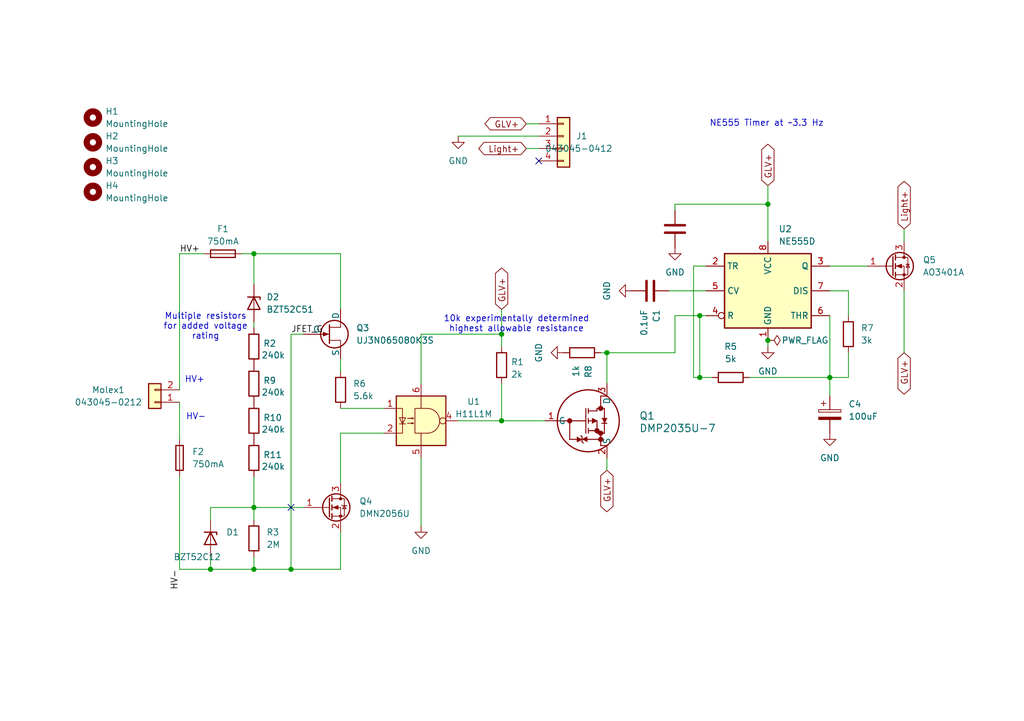
<source format=kicad_sch>
(kicad_sch (version 20250114) (generator "eeschema") (generator_version "9.0")
  (paper "A5")
  (lib_symbols
    (symbol "Connector_Generic:Conn_01x02" (pin_names (offset 1.016) (hide yes))
      (property "Reference" "J" (at 0 2.54 0))
      (property "Value" "Conn_01x02" (at 0 -5.08 0))
      (symbol "Conn_01x02_1_1"
        (rectangle (start -1.27 1.27) (end 1.27 -3.81) (stroke (width 0.254)) (fill (type background)))
        (rectangle (start -1.27 0.127) (end 0 -0.127) (stroke (width 0.1524)))
        (rectangle (start -1.27 -2.413) (end 0 -2.667) (stroke (width 0.1524)))
        (pin passive line (at -5.08 0 0) (length 3.81) (name "Pin_1") (number "1"))
        (pin passive line (at -5.08 -2.54 0) (length 3.81) (name "Pin_2") (number "2"))
      )
    )
    (symbol "Connector_Generic:Conn_01x04" (pin_names (offset 1.016) (hide yes))
      (property "Reference" "J" (at 0 5.08 0))
      (property "Value" "Conn_01x04" (at 0 -7.62 0))
      (symbol "Conn_01x04_1_1"
        (rectangle (start -1.27 3.81) (end 1.27 -6.35) (stroke (width 0.254)) (fill (type background)))
        (rectangle (start -1.27 2.667) (end 0 2.413) (stroke (width 0.1524)))
        (rectangle (start -1.27 0.127) (end 0 -0.127) (stroke (width 0.1524)))
        (rectangle (start -1.27 -2.413) (end 0 -2.667) (stroke (width 0.1524)))
        (rectangle (start -1.27 -4.953) (end 0 -5.207) (stroke (width 0.1524)))
        (pin passive line (at -5.08 2.54 0) (length 3.81) (name "Pin_1") (number "1"))
        (pin passive line (at -5.08 0 0) (length 3.81) (name "Pin_2") (number "2"))
        (pin passive line (at -5.08 -2.54 0) (length 3.81) (name "Pin_3") (number "3"))
        (pin passive line (at -5.08 -5.08 0) (length 3.81) (name "Pin_4") (number "4"))
      )
    )
    (symbol "Device:C" (pin_numbers (hide yes)) (pin_names (offset 0.254))
      (property "Reference" "C" (at 0.635 2.54 0))
      (property "Value" "C" (at 0.635 -2.54 0))
      (symbol "C_0_1"
        (polyline (pts (xy -2.032 0.762) (xy 2.032 0.762)) (stroke (width 0.508)))
        (polyline (pts (xy -2.032 -0.762) (xy 2.032 -0.762)) (stroke (width 0.508)))
      )
      (symbol "C_1_1"
        (pin passive line (at 0 3.81 270) (length 2.794) (name "~") (number "1"))
        (pin passive line (at 0 -3.81 90) (length 2.794) (name "~") (number "2"))
      )
    )
    (symbol "Device:C_Polarized" (pin_numbers (hide yes)) (pin_names (offset 0.254))
      (property "Reference" "C" (at 0.635 2.54 0))
      (property "Value" "C_Polarized" (at 0.635 -2.54 0))
      (symbol "C_Polarized_0_1"
        (rectangle (start -2.286 0.508) (end 2.286 1.016))
        (polyline (pts (xy -1.778 2.286) (xy -0.762 2.286)))
        (polyline (pts (xy -1.27 2.794) (xy -1.27 1.778)))
        (rectangle (start 2.286 -0.508) (end -2.286 -1.016) (fill (type outline)))
      )
      (symbol "C_Polarized_1_1"
        (pin passive line (at 0 3.81 270) (length 2.794) (name "~") (number "1"))
        (pin passive line (at 0 -3.81 90) (length 2.794) (name "~") (number "2"))
      )
    )
    (symbol "Device:D_Zener" (pin_numbers (hide yes)) (pin_names (offset 1.016) (hide yes))
      (property "Reference" "D" (at 0 2.54 0))
      (property "Value" "D_Zener" (at 0 -2.54 0))
      (symbol "D_Zener_0_1"
        (polyline (pts (xy -1.27 -1.27) (xy -1.27 1.27) (xy -0.762 1.27)) (stroke (width 0.254)))
        (polyline (pts (xy 1.27 0) (xy -1.27 0)))
        (polyline (pts (xy 1.27 -1.27) (xy 1.27 1.27) (xy -1.27 0) (xy 1.27 -1.27)) (stroke (width 0.254)))
      )
      (symbol "D_Zener_1_1"
        (pin passive line (at -3.81 0 0) (length 2.54) (name "K") (number "1"))
        (pin passive line (at 3.81 0 180) (length 2.54) (name "A") (number "2"))
      )
    )
    (symbol "Device:Fuse" (pin_numbers (hide yes)) (pin_names (offset 0))
      (property "Reference" "F" (at 2.032 0 90))
      (property "Value" "Fuse" (at -1.905 0 90))
      (symbol "Fuse_0_1"
        (rectangle (start -0.762 -2.54) (end 0.762 2.54) (stroke (width 0.254)))
        (polyline (pts (xy 0 2.54) (xy 0 -2.54)))
      )
      (symbol "Fuse_1_1"
        (pin passive line (at 0 3.81 270) (length 1.27) (name "~") (number "1"))
        (pin passive line (at 0 -3.81 90) (length 1.27) (name "~") (number "2"))
      )
    )
    (symbol "Device:R" (pin_numbers (hide yes)) (pin_names (offset 0))
      (property "Reference" "R" (at 2.032 0 90))
      (property "Value" "R" (at 0 0 90))
      (symbol "R_0_1"
        (rectangle (start -1.016 -2.54) (end 1.016 2.54) (stroke (width 0.254)))
      )
      (symbol "R_1_1"
        (pin passive line (at 0 3.81 270) (length 1.27) (name "~") (number "1"))
        (pin passive line (at 0 -3.81 90) (length 1.27) (name "~") (number "2"))
      )
    )
    (symbol "Diode:BZT52Bxx" (pin_numbers (hide yes)) (pin_names (hide yes))
      (property "Reference" "D" (at 0 2.54 0))
      (property "Value" "BZT52Bxx" (at 0 -2.54 0))
      (symbol "BZT52Bxx_0_1"
        (polyline (pts (xy -1.27 -1.27) (xy -1.27 1.27) (xy -0.762 1.27)) (stroke (width 0.254)))
        (polyline (pts (xy 1.27 0) (xy -1.27 0)))
        (polyline (pts (xy 1.27 -1.27) (xy 1.27 1.27) (xy -1.27 0) (xy 1.27 -1.27)) (stroke (width 0.254)))
      )
      (symbol "BZT52Bxx_1_1"
        (pin passive line (at -3.81 0 0) (length 2.54) (name "K") (number "1"))
        (pin passive line (at 3.81 0 180) (length 2.54) (name "A") (number "2"))
      )
    )
    (symbol "Isolator:H11L1" (pin_names (offset 1.016))
      (property "Reference" "U" (at 1.27 8.89 0))
      (property "Value" "H11L1" (at 1.27 6.35 0))
      (symbol "H11L1_0_1"
        (rectangle (start -5.08 5.08) (end 5.08 -5.08) (stroke (width 0.254)) (fill (type background)))
        (polyline (pts (xy -5.08 -2.54) (xy -3.81 -2.54) (xy -3.81 2.54) (xy -5.08 2.54)))
        (polyline (pts (xy -4.445 -0.635) (xy -3.175 -0.635)))
        (polyline (pts (xy -3.81 -0.635) (xy -4.445 0.635) (xy -3.175 0.635) (xy -3.81 -0.635)))
        (polyline (pts (xy -2.794 0.508) (xy -1.524 0.508) (xy -1.905 0.381) (xy -1.905 0.635) (xy -1.524 0.508)))
        (polyline (pts (xy -2.794 -0.508) (xy -1.524 -0.508) (xy -1.905 -0.635) (xy -1.905 -0.381) (xy -1.524 -0.508)))
        (polyline (pts (xy 0 2.54) (xy 0 5.08)))
        (polyline (pts (xy 0 -2.54) (xy 0 -5.08) (xy 0 -3.81)))
        (arc (start 1.27 2.54) (mid 3.799 0) (end 1.27 -2.54))
        (polyline (pts (xy 1.27 -2.54) (xy -1.27 -2.54) (xy -1.27 2.54) (xy 1.27 2.54)))
      )
      (symbol "H11L1_1_1"
        (pin passive line (at -7.62 2.54 0) (length 2.54) (name "~") (number "1"))
        (pin passive line (at -7.62 -2.54 0) (length 2.54) (name "~") (number "2"))
        (pin no_connect line (at -5.08 0 0) (length 2.54) (hide yes) (name "~") (number "3"))
        (pin power_in line (at 0 7.62 270) (length 2.54) (name "~") (number "6"))
        (pin power_in line (at 0 -7.62 90) (length 2.54) (name "~") (number "5"))
        (pin output inverted (at 7.62 0 180) (length 3.81) (name "~") (number "4"))
      )
    )
    (symbol "Mechanical:MountingHole" (pin_names (offset 1.016)) (exclude_from_sim yes) (in_bom no)
      (property "Reference" "H" (at 0 5.08 0))
      (property "Value" "MountingHole" (at 0 3.175 0))
      (symbol "MountingHole_0_1"
        (circle (center 0 0) (radius 1.27) (stroke (width 1.27)))
      )
    )
    (symbol "Simulation_SPICE:NJFET" (pin_numbers (hide yes)) (pin_names (offset 0))
      (property "Reference" "Q3" (at 5.715 1.27 0))
      (property "Value" "UJ3N120035K3S" (at 5.715 -1.27 0))
      (symbol "NJFET_0_1"
        (polyline (pts (xy 0 0) (xy -1.016 0.381) (xy -1.016 -0.381) (xy 0 0)) (fill (type outline)))
        (polyline (pts (xy 0.254 1.905) (xy 0.254 -1.905) (xy 0.254 -1.905)) (stroke (width 0.254)))
        (circle (center 1.27 0) (radius 2.8194) (stroke (width 0.254)))
        (polyline (pts (xy 2.54 2.54) (xy 2.54 1.397) (xy 0.254 1.397)))
        (polyline (pts (xy 2.54 -2.54) (xy 2.54 -1.27) (xy 0.254 -1.27)))
      )
      (symbol "NJFET_1_1"
        (pin input line (at -5.08 0 0) (length 5.334) (name "G") (number "1"))
        (pin passive line (at 2.54 5.08 270) (length 2.54) (name "D") (number "2"))
        (pin passive line (at 2.54 -5.08 90) (length 2.54) (name "S") (number "3"))
      )
    )
    (symbol "Timer:NE555D"
      (property "Reference" "U" (at -10.16 8.89 0))
      (property "Value" "NE555D" (at 2.54 8.89 0))
      (symbol "NE555D_0_0"
        (pin power_in line (at 0 10.16 270) (length 2.54) (name "VCC") (number "8"))
        (pin power_in line (at 0 -10.16 90) (length 2.54) (name "GND") (number "1"))
      )
      (symbol "NE555D_0_1"
        (rectangle (start -8.89 -7.62) (end 8.89 7.62) (stroke (width 0.254)) (fill (type background)))
        (rectangle (start -8.89 -7.62) (end 8.89 7.62) (stroke (width 0.254)) (fill (type background)))
      )
      (symbol "NE555D_1_1"
        (pin input line (at -12.7 5.08 0) (length 3.81) (name "TR") (number "2"))
        (pin input line (at -12.7 0 0) (length 3.81) (name "CV") (number "5"))
        (pin input inverted (at -12.7 -5.08 0) (length 3.81) (name "R") (number "4"))
        (pin output line (at 12.7 5.08 180) (length 3.81) (name "Q") (number "3"))
        (pin input line (at 12.7 0 180) (length 3.81) (name "DIS") (number "7"))
        (pin input line (at 12.7 -5.08 180) (length 3.81) (name "THR") (number "6"))
      )
    )
    (symbol "Transistor_FET:AO3400A" (pin_names (offset 0) (hide yes))
      (property "Reference" "Q" (at 5.08 1.905 0))
      (property "Value" "AO3400A" (at 5.08 0 0))
      (symbol "AO3400A_0_1"
        (polyline (pts (xy 0.254 1.905) (xy 0.254 -1.905)) (stroke (width 0.254)))
        (polyline (pts (xy 0.254 0) (xy -2.54 0)))
        (polyline (pts (xy 0.762 2.286) (xy 0.762 1.27)) (stroke (width 0.254)))
        (polyline (pts (xy 0.762 0.508) (xy 0.762 -0.508)) (stroke (width 0.254)))
        (polyline (pts (xy 0.762 -1.27) (xy 0.762 -2.286)) (stroke (width 0.254)))
        (polyline (pts (xy 0.762 -1.778) (xy 3.302 -1.778) (xy 3.302 1.778) (xy 0.762 1.778)))
        (polyline (pts (xy 1.016 0) (xy 2.032 0.381) (xy 2.032 -0.381) (xy 1.016 0)) (fill (type outline)))
        (circle (center 1.651 0) (radius 2.794) (stroke (width 0.254)))
        (polyline (pts (xy 2.54 2.54) (xy 2.54 1.778)))
        (circle (center 2.54 1.778) (radius 0.254) (fill (type outline)))
        (circle (center 2.54 -1.778) (radius 0.254) (fill (type outline)))
        (polyline (pts (xy 2.54 -2.54) (xy 2.54 0) (xy 0.762 0)))
        (polyline (pts (xy 2.921 0.381) (xy 3.683 0.381)))
        (polyline (pts (xy 3.302 0.381) (xy 2.921 -0.254) (xy 3.683 -0.254) (xy 3.302 0.381)))
      )
      (symbol "AO3400A_1_1"
        (pin input line (at -5.08 0 0) (length 2.54) (name "G") (number "1"))
        (pin passive line (at 2.54 5.08 270) (length 2.54) (name "D") (number "3"))
        (pin passive line (at 2.54 -5.08 90) (length 2.54) (name "S") (number "2"))
      )
    )
    (symbol "Transistor_FET:DMN2056U" (pin_names (hide yes))
      (property "Reference" "Q" (at 5.08 1.905 0))
      (property "Value" "DMN2056U" (at 5.08 0 0))
      (symbol "DMN2056U_0_1"
        (polyline (pts (xy 0.254 1.905) (xy 0.254 -1.905)) (stroke (width 0.254)))
        (polyline (pts (xy 0.254 0) (xy -2.54 0)))
        (polyline (pts (xy 0.762 2.286) (xy 0.762 1.27)) (stroke (width 0.254)))
        (polyline (pts (xy 0.762 0.508) (xy 0.762 -0.508)) (stroke (width 0.254)))
        (polyline (pts (xy 0.762 -1.27) (xy 0.762 -2.286)) (stroke (width 0.254)))
        (polyline (pts (xy 0.762 -1.778) (xy 3.302 -1.778) (xy 3.302 1.778) (xy 0.762 1.778)))
        (polyline (pts (xy 1.016 0) (xy 2.032 0.381) (xy 2.032 -0.381) (xy 1.016 0)) (fill (type outline)))
        (circle (center 1.651 0) (radius 2.794) (stroke (width 0.254)))
        (polyline (pts (xy 2.54 2.54) (xy 2.54 1.778)))
        (circle (center 2.54 1.778) (radius 0.254) (fill (type outline)))
        (circle (center 2.54 -1.778) (radius 0.254) (fill (type outline)))
        (polyline (pts (xy 2.54 -2.54) (xy 2.54 0) (xy 0.762 0)))
        (polyline (pts (xy 2.794 0.508) (xy 2.921 0.381) (xy 3.683 0.381) (xy 3.81 0.254)))
        (polyline (pts (xy 3.302 0.381) (xy 2.921 -0.254) (xy 3.683 -0.254) (xy 3.302 0.381)))
      )
      (symbol "DMN2056U_1_1"
        (pin input line (at -5.08 0 0) (length 2.54) (name "G") (number "1"))
        (pin passive line (at 2.54 5.08 270) (length 2.54) (name "D") (number "3"))
        (pin passive line (at 2.54 -5.08 90) (length 2.54) (name "S") (number "2"))
      )
    )
    (symbol "Transistor_FET:DMP2035U-7" (pin_names (offset 0.254))
      (property "Reference" "MOSFET" (at 16.51 1.27 0))
      (property "Value" "DMP2035U-7" (at 16.51 -1.27 0))
      (symbol "DMP2035U-7_0_1"
        (polyline (pts (xy 2.54 0) (xy 8.382 0)) (stroke (width 0.2032)))
        (circle (center 5.08 0) (radius 0.0254) (stroke (width 0.508)))
        (polyline (pts (xy 5.08 -3.81) (xy 5.08 0)) (stroke (width 0.2032)))
        (polyline (pts (xy 5.08 -3.81) (xy 6.604 -3.81)) (stroke (width 0.2032)))
        (polyline (pts (xy 6.604 -3.302) (xy 6.604 -4.318) (xy 7.62 -3.81)) (fill (type outline)))
        (polyline (pts (xy 7.366 -3.048) (xy 7.62 -3.302)) (stroke (width 0.2032)))
        (polyline (pts (xy 7.62 -3.302) (xy 7.62 -4.318)) (stroke (width 0.2032)))
        (polyline (pts (xy 7.62 -4.318) (xy 7.874 -4.572)) (stroke (width 0.2032)))
        (polyline (pts (xy 8.382 -2.54) (xy 8.382 2.54)) (stroke (width 0.2032)))
        (polyline (pts (xy 8.636 -3.81) (xy 11.43 -3.81)) (stroke (width 0.2032)))
        (polyline (pts (xy 8.636 -4.318) (xy 8.636 -3.302) (xy 7.62 -3.81)) (fill (type outline)))
        (polyline (pts (xy 8.89 2.032) (xy 10.668 2.032)) (stroke (width 0.2032)))
        (polyline (pts (xy 8.89 1.524) (xy 8.89 2.54)) (stroke (width 0.2032)))
        (polyline (pts (xy 8.89 0) (xy 10.668 0)) (stroke (width 0.2032)))
        (circle (center 8.89 0) (radius 6.35) (stroke (width 0.254)))
        (polyline (pts (xy 8.89 -0.508) (xy 8.89 0.508)) (stroke (width 0.2032)))
        (polyline (pts (xy 8.89 -2.032) (xy 10.668 -2.032)) (stroke (width 0.2032)))
        (polyline (pts (xy 8.89 -2.54) (xy 8.89 -1.524)) (stroke (width 0.2032)))
        (polyline (pts (xy 9.652 0.508) (xy 10.668 0) (xy 9.652 -0.508)) (fill (type outline)))
        (polyline (pts (xy 10.668 2.54) (xy 12.192 2.54)) (stroke (width 0.2032)))
        (polyline (pts (xy 10.668 2.032) (xy 10.668 2.54)) (stroke (width 0.2032)))
        (circle (center 10.668 -2.032) (radius 0.0254) (stroke (width 0.508)))
        (polyline (pts (xy 10.668 -2.54) (xy 10.668 0)) (stroke (width 0.2032)))
        (polyline (pts (xy 10.668 -2.54) (xy 12.192 -2.54)) (stroke (width 0.2032)))
        (polyline (pts (xy 11.43 5.08) (xy 11.43 2.54)) (stroke (width 0.2032)))
        (polyline (pts (xy 11.43 5.08) (xy 12.7 5.08)) (stroke (width 0.2032)))
        (circle (center 11.43 2.54) (radius 0.0254) (stroke (width 0.508)))
        (circle (center 11.43 -2.54) (radius 0.0254) (stroke (width 0.508)))
        (circle (center 11.43 -3.81) (radius 0.0254) (stroke (width 0.508)))
        (polyline (pts (xy 11.43 -5.08) (xy 11.43 -2.54)) (stroke (width 0.2032)))
        (polyline (pts (xy 11.43 -5.08) (xy 12.7 -5.08)) (stroke (width 0.2032)))
        (polyline (pts (xy 11.684 0.508) (xy 12.7 0.508) (xy 12.192 -0.508)) (fill (type outline)))
        (polyline (pts (xy 11.684 -0.508) (xy 12.7 -0.508)) (stroke (width 0.2032)))
        (polyline (pts (xy 12.192 -2.54) (xy 12.192 2.54)) (stroke (width 0.2032)))
        (pin unspecified line (at 0 0 0) (length 2.54) (name "G") (number "1"))
        (pin unspecified line (at 12.7 7.62 270) (length 2.54) (name "D") (number "3"))
        (pin unspecified line (at 12.7 -7.62 90) (length 2.54) (name "S") (number "2"))
      )
    )
    (symbol "power:GND" (power) (pin_numbers (hide yes)) (pin_names (offset 0) (hide yes))
      (property "Value" "GND" (at 0 -3.81 0))
      (symbol "GND_0_1"
        (polyline (pts (xy 0 0) (xy 0 -1.27) (xy 1.27 -1.27) (xy 0 -2.54) (xy -1.27 -1.27) (xy 0 -1.27)))
      )
      (symbol "GND_1_1"
        (pin power_in line (at 0 0 270) (length 0) (name "~") (number "1"))
      )
    )
    (symbol "power:PWR_FLAG" (power) (pin_numbers (hide yes)) (pin_names (offset 0) (hide yes))
      (property "Value" "PWR_FLAG" (at 0 3.81 0))
      (symbol "PWR_FLAG_0_0"
        (pin power_out line (at 0 0 90) (length 0) (name "~") (number "1"))
      )
      (symbol "PWR_FLAG_0_1"
        (polyline (pts (xy 0 0) (xy 0 1.27) (xy -1.016 1.905) (xy 0 2.54) (xy 1.016 1.905) (xy 0 1.27)))
      )
    )
  )
  (text "NE555 Timer at ~3.3 Hz" (at 157.226 25.4 0) (effects (font (size 1.27 1.27))))
  (text "Multiple resistors\nfor added voltage\nrating" (at 42.164 67.056 0) (effects (font (size 1.27 1.27))))
  (text "10k experimentally determined\nhighest allowable resistance" (at 105.918 66.548 0) (effects (font (size 1.27 1.27))))
  (text "HV+" (at 37.846 78.74 0) (effects (font (size 1.27 1.27)) (justify left bottom)))
  (text "HV-" (at 38.1 86.36 0) (effects (font (size 1.27 1.27)) (justify left bottom)))
  (junction (at 143.51 64.77))
  (junction (at 124.46 72.39))
  (junction (at 170.18 77.47))
  (junction (at 52.07 116.84))
  (junction (at 52.07 52.07))
  (junction (at 157.48 69.85))
  (junction (at 52.07 104.14))
  (junction (at 59.69 116.84))
  (junction (at 102.87 68.58))
  (junction (at 102.87 86.36))
  (junction (at 143.51 77.47))
  (junction (at 157.48 41.91))
  (junction (at 43.18 116.84))
  (no_connect (at 110.49 33.02))
  (no_connect (at 59.69 104.14))
  (wire (pts (xy 137.16 59.69) (xy 144.78 59.69)))
  (wire (pts (xy 123.19 72.39) (xy 124.46 72.39)))
  (wire (pts (xy 170.18 64.77) (xy 170.18 77.47)))
  (wire (pts (xy 78.74 88.9) (xy 69.85 88.9)))
  (wire (pts (xy 138.43 41.91) (xy 138.43 43.18)))
  (wire (pts (xy 59.69 68.58) (xy 59.69 116.84)))
  (wire (pts (xy 52.07 52.07) (xy 52.07 58.42)))
  (wire (pts (xy 107.95 25.4) (xy 110.49 25.4)))
  (wire (pts (xy 69.85 109.22) (xy 69.85 116.84)))
  (wire (pts (xy 69.85 52.07) (xy 69.85 63.5)))
  (wire (pts (xy 185.42 59.69) (xy 185.42 72.39)))
  (wire (pts (xy 36.83 97.79) (xy 36.83 116.84)))
  (wire (pts (xy 59.69 116.84) (xy 69.85 116.84)))
  (wire (pts (xy 143.51 77.47) (xy 142.24 77.47)))
  (wire (pts (xy 69.85 88.9) (xy 69.85 99.06)))
  (wire (pts (xy 107.95 30.48) (xy 110.49 30.48)))
  (wire (pts (xy 86.36 93.98) (xy 86.36 107.95)))
  (wire (pts (xy 138.43 41.91) (xy 157.48 41.91)))
  (wire (pts (xy 124.46 96.52) (xy 124.46 93.98)))
  (wire (pts (xy 52.07 52.07) (xy 69.85 52.07)))
  (wire (pts (xy 143.51 64.77) (xy 144.78 64.77)))
  (wire (pts (xy 69.85 83.82) (xy 78.74 83.82)))
  (wire (pts (xy 36.83 52.07) (xy 36.83 80.01)))
  (wire (pts (xy 173.99 77.47) (xy 170.18 77.47)))
  (wire (pts (xy 157.48 38.1) (xy 157.48 41.91)))
  (wire (pts (xy 52.07 104.14) (xy 52.07 97.79)))
  (wire (pts (xy 124.46 72.39) (xy 124.46 78.74)))
  (wire (pts (xy 157.48 41.91) (xy 157.48 49.53)))
  (wire (pts (xy 185.42 46.99) (xy 185.42 49.53)))
  (wire (pts (xy 43.18 116.84) (xy 52.07 116.84)))
  (wire (pts (xy 138.43 64.77) (xy 138.43 72.39)))
  (wire (pts (xy 138.43 64.77) (xy 143.51 64.77)))
  (wire (pts (xy 52.07 116.84) (xy 59.69 116.84)))
  (wire (pts (xy 170.18 54.61) (xy 177.8 54.61)))
  (wire (pts (xy 124.46 72.39) (xy 138.43 72.39)))
  (wire (pts (xy 93.98 86.36) (xy 102.87 86.36)))
  (wire (pts (xy 102.87 86.36) (xy 111.76 86.36)))
  (wire (pts (xy 43.18 104.14) (xy 52.07 104.14)))
  (wire (pts (xy 43.18 116.84) (xy 43.18 114.3)))
  (wire (pts (xy 36.83 116.84) (xy 43.18 116.84)))
  (wire (pts (xy 36.83 52.07) (xy 41.91 52.07)))
  (wire (pts (xy 69.85 73.66) (xy 69.85 76.2)))
  (wire (pts (xy 86.36 68.58) (xy 102.87 68.58)))
  (wire (pts (xy 142.24 77.47) (xy 142.24 54.61)))
  (wire (pts (xy 43.18 104.14) (xy 43.18 106.68)))
  (wire (pts (xy 102.87 63.5) (xy 102.87 68.58)))
  (wire (pts (xy 52.07 116.84) (xy 52.07 114.3)))
  (wire (pts (xy 52.07 104.14) (xy 62.23 104.14)))
  (wire (pts (xy 146.05 77.47) (xy 143.51 77.47)))
  (wire (pts (xy 52.07 104.14) (xy 52.07 106.68)))
  (wire (pts (xy 173.99 72.39) (xy 173.99 77.47)))
  (wire (pts (xy 36.83 82.55) (xy 36.83 90.17)))
  (wire (pts (xy 49.53 52.07) (xy 52.07 52.07)))
  (wire (pts (xy 157.48 71.12) (xy 157.48 69.85)))
  (wire (pts (xy 93.98 27.94) (xy 110.49 27.94)))
  (wire (pts (xy 86.36 78.74) (xy 86.36 68.58)))
  (wire (pts (xy 173.99 59.69) (xy 173.99 64.77)))
  (wire (pts (xy 142.24 54.61) (xy 144.78 54.61)))
  (wire (pts (xy 170.18 77.47) (xy 153.67 77.47)))
  (wire (pts (xy 52.07 66.04) (xy 52.07 67.31)))
  (wire (pts (xy 170.18 59.69) (xy 173.99 59.69)))
  (wire (pts (xy 102.87 86.36) (xy 102.87 78.74)))
  (wire (pts (xy 102.87 68.58) (xy 102.87 71.12)))
  (wire (pts (xy 143.51 64.77) (xy 143.51 77.47)))
  (wire (pts (xy 170.18 77.47) (xy 170.18 81.28)))
  (wire (pts (xy 59.69 68.58) (xy 62.23 68.58)))
  (label "JFET_G" (at 59.69 68.58 0))
  (label "HV+" (at 36.83 52.07 0))
  (label "HV-" (at 36.83 116.84 270))
  (global_label "GLV+" (shape bidirectional) (at 124.46 96.52 270) (property "Intersheetrefs" "${INTERSHEET_REFS}" (effects (hide yes))))
  (global_label "GLV+" (shape bidirectional) (at 102.87 63.5 90) (property "Intersheetrefs" "${INTERSHEET_REFS}" (effects (hide yes))))
  (global_label "GLV+" (shape bidirectional) (at 185.42 72.39 270) (property "Intersheetrefs" "${INTERSHEET_REFS}" (effects (hide yes))))
  (global_label "GLV+" (shape bidirectional) (at 107.95 25.4 180) (property "Intersheetrefs" "${INTERSHEET_REFS}" (effects (hide yes))))
  (global_label "Light+" (shape bidirectional) (at 185.42 46.99 90) (property "Intersheetrefs" "${INTERSHEET_REFS}" (effects (hide yes))))
  (global_label "Light+" (shape bidirectional) (at 107.95 30.48 180) (property "Intersheetrefs" "${INTERSHEET_REFS}" (effects (hide yes))))
  (global_label "GLV+" (shape bidirectional) (at 157.48 38.1 90) (property "Intersheetrefs" "${INTERSHEET_REFS}" (effects (hide yes))))
  (symbol (lib_id "Device:C") (at 133.35 59.69 90) (unit 1)
    (property "Reference" "C1" (at 134.6201 63.5 0) (effects (justify right)))
    (property "Value" "0.1uF" (at 132.0801 63.5 0) (effects (justify right)))
    (property "Footprint" "Capacitor_SMD:C_0805_2012Metric_Pad1.18x1.45mm_HandSolder" (effects (hide yes)))
    (property "Description" "Unpolarized capacitor" (effects (hide yes)))
  )
  (symbol (lib_id "power:GND") (at 86.36 107.95 0) (unit 1)
    (property "Reference" "#PWR04" (effects (hide yes)))
    (property "Value" "GND" (at 86.36 113.03 0))
    (property "Description" "Power symbol creates a global label with name \"GND\" , ground" (effects (hide yes)))
  )
  (symbol (lib_id "Transistor_FET:AO3400A") (at 182.88 54.61 0) (unit 1)
    (property "Reference" "Q5" (at 189.23 53.3399 0) (effects (justify left)))
    (property "Value" "AO3401A" (at 189.23 55.8799 0) (effects (justify left)))
    (property "Footprint" "Package_TO_SOT_SMD:SOT-23" (effects (hide yes)))
    (property "Datasheet" "http://www.aosmd.com/pdfs/datasheet/AO3400A.pdf" (effects (hide yes)))
    (property "Description" "30V Vds, 5.7A Id, N-Channel MOSFET, SOT-23" (effects (hide yes)))
  )
  (symbol (lib_id "power:GND") (at 115.57 72.39 270) (unit 1)
    (property "Reference" "#PWR05" (effects (hide yes)))
    (property "Value" "GND" (at 110.49 72.39 0))
    (property "Description" "Power symbol creates a global label with name \"GND\" , ground" (effects (hide yes)))
  )
  (symbol (lib_id "Device:R") (at 149.86 77.47 90) (unit 1)
    (property "Reference" "R5" (at 149.86 71.12 90))
    (property "Value" "5k" (at 149.86 73.66 90))
    (property "Footprint" "Resistor_SMD:R_0805_2012Metric_Pad1.20x1.40mm_HandSolder" (effects (hide yes)))
    (property "Description" "Resistor" (effects (hide yes)))
  )
  (symbol (lib_id "Transistor_FET:DMN2056U") (at 67.31 104.14 0) (unit 1)
    (property "Reference" "Q4" (at 73.66 102.8699 0) (effects (justify left)))
    (property "Value" "DMN2056U" (at 73.66 105.4099 0) (effects (justify left)))
    (property "Footprint" "Package_TO_SOT_SMD:SOT-23" (effects (hide yes)))
    (property "Datasheet" "http://www.diodes.com/assets/Datasheets/DMN2056U.pdf" (effects (hide yes)))
    (property "Description" "4A Id, 20V Vds, N-Channel MOSFET, SOT-23" (effects (hide yes)))
  )
  (symbol (lib_id "Device:R") (at 69.85 80.01 0) (unit 1)
    (property "Reference" "R6" (at 72.39 78.7399 0) (effects (justify left)))
    (property "Value" "5.6k" (at 72.39 81.2799 0) (effects (justify left)))
    (property "Footprint" "Resistor_SMD:R_0805_2012Metric_Pad1.20x1.40mm_HandSolder" (effects (hide yes)))
  )
  (symbol (lib_id "Transistor_FET:DMP2035U-7") (at 111.76 86.36 0) (unit 1)
    (property "Reference" "Q1" (at 131.064 85.344 0) (effects (font (size 1.524 1.524)) (justify left)))
    (property "Value" "DMP2035U-7" (at 131.064 87.884 0) (effects (font (size 1.524 1.524)) (justify left)))
    (property "Footprint" "Package_TO_SOT_SMD:SOT-23" (effects (hide yes)))
    (property "Datasheet" "DMP2035U-7" (effects (hide yes)))
  )
  (symbol (lib_id "Device:R") (at 52.07 71.12 0) (unit 1)
    (property "Reference" "R2" (at 53.975 70.485 0) (effects (justify left)))
    (property "Value" "240k" (at 53.594 72.898 0) (effects (justify left)))
    (property "Footprint" "Resistor_SMD:R_0805_2012Metric_Pad1.20x1.40mm_HandSolder" (effects (hide yes)))
  )
  (symbol (lib_id "power:GND") (at 93.98 27.94 0) (mirror y) (unit 1)
    (property "Reference" "#PWR08" (effects (hide yes)))
    (property "Value" "GND" (at 93.98 33.02 0))
    (property "Description" "Power symbol creates a global label with name \"GND\" , ground" (effects (hide yes)))
  )
  (symbol (lib_id "Device:Fuse") (at 45.72 52.07 90) (unit 1)
    (property "Reference" "F1" (at 45.72 46.99 90))
    (property "Value" "750mA" (at 45.72 49.53 90))
    (property "Footprint" "Fuse:Fuse_1206_3216Metric" (effects (hide yes)))
  )
  (symbol (lib_id "Device:R") (at 52.07 78.74 0) (unit 1)
    (property "Reference" "R9" (at 53.975 78.105 0) (effects (justify left)))
    (property "Value" "240k" (at 53.594 80.518 0) (effects (justify left)))
    (property "Footprint" "Resistor_SMD:R_0805_2012Metric_Pad1.20x1.40mm_HandSolder" (effects (hide yes)))
  )
  (symbol (lib_id "power:GND") (at 129.54 59.69 270) (unit 1)
    (property "Reference" "#PWR03" (effects (hide yes)))
    (property "Value" "GND" (at 124.46 59.69 0))
    (property "Description" "Power symbol creates a global label with name \"GND\" , ground" (effects (hide yes)))
  )
  (symbol (lib_id "power:GND") (at 138.43 50.8 0) (unit 1)
    (property "Reference" "#PWR06" (effects (hide yes)))
    (property "Value" "GND" (at 138.43 55.88 0))
    (property "Description" "Power symbol creates a global label with name \"GND\" , ground" (effects (hide yes)))
  )
  (symbol (lib_id "Device:R") (at 52.07 93.98 0) (unit 1)
    (property "Reference" "R11" (at 53.975 93.345 0) (effects (justify left)))
    (property "Value" "240k" (at 53.594 95.758 0) (effects (justify left)))
    (property "Footprint" "Resistor_SMD:R_0805_2012Metric_Pad1.20x1.40mm_HandSolder" (effects (hide yes)))
  )
  (symbol (lib_id "Device:C") (at 138.43 46.99 180) (unit 1)
    (property "Reference" "C3" (effects (hide yes)))
    (property "Value" "1uF" (effects (hide yes)))
    (property "Footprint" "Capacitor_SMD:C_0805_2012Metric_Pad1.18x1.45mm_HandSolder" (effects (hide yes)))
    (property "Description" "Unpolarized capacitor" (effects (hide yes)))
  )
  (symbol (lib_id "power:PWR_FLAG") (at 157.48 69.85 270) (unit 1)
    (property "Reference" "#FLG01" (effects (hide yes)))
    (property "Value" "PWR_FLAG" (at 160.274 69.85 90) (effects (justify left)))
    (property "Description" "Special symbol for telling ERC where power comes from" (effects (hide yes)))
  )
  (symbol (lib_id "Simulation_SPICE:NJFET") (at 67.31 68.58 0) (unit 1)
    (property "Reference" "Q3" (at 73.025 67.31 0) (effects (justify left)))
    (property "Value" "UJ3N065080K3S" (at 73.025 69.85 0) (effects (justify left)))
    (property "Footprint" "Package_TO_SOT_THT:TO-247-3_Horizontal_TabDown" (effects (hide yes)))
    (property "Sim.Device" "NJFET" (effects (hide yes)))
    (property "Sim.Type" "SHICHMANHODGES" (effects (hide yes)))
    (property "Sim.Pins" "1=D 2=G 3=S" (effects (hide yes)))
  )
  (symbol (lib_id "Device:R") (at 52.07 86.36 0) (unit 1)
    (property "Reference" "R10" (at 53.975 85.725 0) (effects (justify left)))
    (property "Value" "240k" (at 53.594 88.138 0) (effects (justify left)))
    (property "Footprint" "Resistor_SMD:R_0805_2012Metric_Pad1.20x1.40mm_HandSolder" (effects (hide yes)))
  )
  (symbol (lib_id "Device:R") (at 52.07 110.49 0) (unit 1)
    (property "Reference" "R3" (at 54.61 109.2199 0) (effects (justify left)))
    (property "Value" "2M" (at 54.61 111.7599 0) (effects (justify left)))
    (property "Footprint" "Resistor_SMD:R_0805_2012Metric_Pad1.20x1.40mm_HandSolder" (effects (hide yes)))
  )
  (symbol (lib_id "Timer:NE555D") (at 157.48 59.69 0) (unit 1)
    (property "Reference" "U2" (at 159.6741 46.99 0) (effects (justify left)))
    (property "Value" "NE555D" (at 159.6741 49.53 0) (effects (justify left)))
    (property "Footprint" "Package_SO:SOIC-8_3.9x4.9mm_P1.27mm" (effects (hide yes)))
    (property "Datasheet" "http://www.ti.com/lit/ds/symlink/ne555.pdf" (effects (hide yes)))
    (property "Description" "Precision Timers, 555 compatible, SOIC-8" (effects (hide yes)))
  )
  (symbol (lib_id "Device:R") (at 119.38 72.39 90) (unit 1)
    (property "Reference" "R8" (at 120.6501 74.93 0) (effects (justify right)))
    (property "Value" "1k" (at 118.1101 74.93 0) (effects (justify right)))
    (property "Footprint" "Resistor_SMD:R_0805_2012Metric_Pad1.20x1.40mm_HandSolder" (effects (hide yes)))
    (property "Description" "Resistor" (effects (hide yes)))
  )
  (symbol (lib_id "Device:Fuse") (at 36.83 93.98 180) (unit 1)
    (property "Reference" "F2" (at 39.37 92.7099 0) (effects (justify right)))
    (property "Value" "750mA" (at 39.37 95.2499 0) (effects (justify right)))
    (property "Footprint" "Fuse:Fuse_1206_3216Metric" (effects (hide yes)))
  )
  (symbol (lib_id "Mechanical:MountingHole") (at 19.05 24.13 0) (unit 1) (exclude_from_sim yes) (in_bom no)
    (property "Reference" "H1" (at 21.59 22.8599 0) (effects (justify left)))
    (property "Value" "MountingHole" (at 21.59 25.3999 0) (effects (justify left)))
    (property "Footprint" "MountingHole:MountingHole_4.3mm_M4" (effects (hide yes)))
    (property "Description" "Mounting Hole without connection" (effects (hide yes)))
  )
  (symbol (lib_id "Isolator:H11L1") (at 86.36 86.36 0) (unit 1)
    (property "Reference" "U1" (at 97.155 82.4231 0))
    (property "Value" "H11L1M" (at 97.155 84.9631 0))
    (property "Footprint" "Package_DIP:DIP-6_W7.62mm" (effects (hide yes)))
    (property "Datasheet" "https://www.onsemi.com/pub/Collateral/H11L3M-D.PDF" (effects (hide yes)))
  )
  (symbol (lib_id "Mechanical:MountingHole") (at 19.05 34.29 0) (unit 1) (exclude_from_sim yes) (in_bom no)
    (property "Reference" "H3" (at 21.59 33.0199 0) (effects (justify left)))
    (property "Value" "MountingHole" (at 21.59 35.5599 0) (effects (justify left)))
    (property "Footprint" "MountingHole:MountingHole_4.3mm_M4" (effects (hide yes)))
    (property "Description" "Mounting Hole without connection" (effects (hide yes)))
  )
  (symbol (lib_id "Connector_Generic:Conn_01x04") (at 115.57 27.94 0) (unit 1)
    (property "Reference" "J1" (at 118.11 27.94 0) (effects (justify left)))
    (property "Value" "043045-0412" (at 111.76 30.48 0) (effects (justify left)))
    (property "Footprint" "Connector_Molex:Molex_Micro-Fit_3.0_43045-0412_2x02_P3.00mm_Vertical" (effects (hide yes)))
  )
  (symbol (lib_id "Mechanical:MountingHole") (at 19.05 39.37 0) (unit 1) (exclude_from_sim yes) (in_bom no)
    (property "Reference" "H4" (at 21.59 38.0999 0) (effects (justify left)))
    (property "Value" "MountingHole" (at 21.59 40.6399 0) (effects (justify left)))
    (property "Footprint" "MountingHole:MountingHole_4.3mm_M4" (effects (hide yes)))
    (property "Description" "Mounting Hole without connection" (effects (hide yes)))
  )
  (symbol (lib_id "power:GND") (at 170.18 88.9 0) (unit 1)
    (property "Reference" "#PWR02" (effects (hide yes)))
    (property "Value" "GND" (at 170.18 93.98 0))
    (property "Description" "Power symbol creates a global label with name \"GND\" , ground" (effects (hide yes)))
  )
  (symbol (lib_id "Connector_Generic:Conn_01x02") (at 31.75 82.55 180) (unit 1)
    (property "Reference" "Molex1" (at 22.225 80.01 0))
    (property "Value" "043045-0212" (at 22.225 82.55 0))
    (property "Footprint" "Connector_Molex:Molex_Micro-Fit_3.0_43045-0212_2x01_P3.00mm_Vertical" (effects (hide yes)))
  )
  (symbol (lib_id "Device:R") (at 173.99 68.58 180) (unit 1)
    (property "Reference" "R7" (at 176.53 67.3099 0) (effects (justify right)))
    (property "Value" "3k" (at 176.53 69.8499 0) (effects (justify right)))
    (property "Footprint" "Resistor_SMD:R_0805_2012Metric_Pad1.20x1.40mm_HandSolder" (effects (hide yes)))
    (property "Description" "Resistor" (effects (hide yes)))
  )
  (symbol (lib_id "Device:D_Zener") (at 43.18 110.49 270) (unit 1)
    (property "Reference" "D1" (at 46.355 109.22 90) (effects (justify left)))
    (property "Value" "BZT52C12" (at 35.56 114.3 90) (effects (justify left)))
    (property "Footprint" "Diode_SMD:D_SOD-123" (effects (hide yes)))
  )
  (symbol (lib_id "Diode:BZT52Bxx") (at 52.07 62.23 270) (unit 1)
    (property "Reference" "D2" (at 54.61 60.9599 90) (effects (justify left)))
    (property "Value" "BZT52C51" (at 54.61 63.4999 90) (effects (justify left)))
    (property "Footprint" "Diode_SMD:D_SOD-123F" (effects (hide yes)))
    (property "Datasheet" "https://diotec.com/tl_files/diotec/files/pdf/datasheets/bzt52b2v4.pdf" (effects (hide yes)))
    (property "Description" "500mW Zener Diode, SOD-123F" (effects (hide yes)))
  )
  (symbol (lib_id "Mechanical:MountingHole") (at 19.05 29.21 0) (unit 1) (exclude_from_sim yes) (in_bom no)
    (property "Reference" "H2" (at 21.59 27.9399 0) (effects (justify left)))
    (property "Value" "MountingHole" (at 21.59 30.4799 0) (effects (justify left)))
    (property "Footprint" "MountingHole:MountingHole_4.3mm_M4" (effects (hide yes)))
    (property "Description" "Mounting Hole without connection" (effects (hide yes)))
  )
  (symbol (lib_id "power:GND") (at 157.48 71.12 0) (unit 1)
    (property "Reference" "#PWR01" (effects (hide yes)))
    (property "Value" "GND" (at 157.48 76.2 0))
    (property "Description" "Power symbol creates a global label with name \"GND\" , ground" (effects (hide yes)))
  )
  (symbol (lib_id "Device:C_Polarized") (at 170.18 85.09 0) (unit 1)
    (property "Reference" "C4" (at 173.99 82.9309 0) (effects (justify left)))
    (property "Value" "100uF" (at 173.99 85.4709 0) (effects (justify left)))
    (property "Footprint" "Capacitor_SMD:CP_Elec_6.3x5.4" (effects (hide yes)))
    (property "Description" "Polarized capacitor" (effects (hide yes)))
  )
  (symbol (lib_id "Device:R") (at 102.87 74.93 0) (unit 1)
    (property "Reference" "R1" (at 104.775 74.295 0) (effects (justify left)))
    (property "Value" "2k" (at 104.775 76.835 0) (effects (justify left)))
    (property "Footprint" "Resistor_SMD:R_0805_2012Metric_Pad1.20x1.40mm_HandSolder" (effects (hide yes)))
  )
)
</source>
